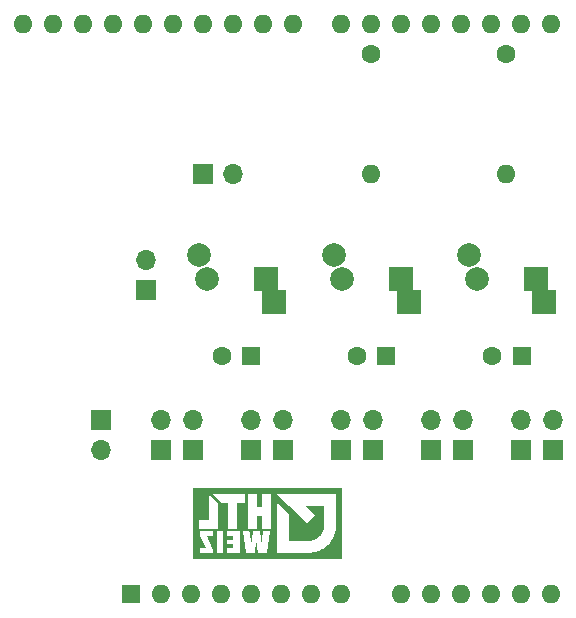
<source format=gbr>
%TF.GenerationSoftware,KiCad,Pcbnew,(6.0.11)*%
%TF.CreationDate,2023-02-17T08:49:58+01:00*%
%TF.ProjectId,dac-shield,6461632d-7368-4696-956c-642e6b696361,rev.0*%
%TF.SameCoordinates,Original*%
%TF.FileFunction,Soldermask,Bot*%
%TF.FilePolarity,Negative*%
%FSLAX46Y46*%
G04 Gerber Fmt 4.6, Leading zero omitted, Abs format (unit mm)*
G04 Created by KiCad (PCBNEW (6.0.11)) date 2023-02-17 08:49:58*
%MOMM*%
%LPD*%
G01*
G04 APERTURE LIST*
%ADD10R,1.600000X1.600000*%
%ADD11C,1.600000*%
%ADD12R,1.700000X1.700000*%
%ADD13O,1.700000X1.700000*%
%ADD14R,2.000000X2.000000*%
%ADD15C,2.000000*%
%ADD16O,1.600000X1.600000*%
G04 APERTURE END LIST*
%TO.C,REF\u002A\u002A*%
G36*
X127176026Y-124029075D02*
G01*
X127176026Y-123528860D01*
X134287194Y-123528860D01*
X136879799Y-123528860D01*
X137003406Y-123525743D01*
X137125381Y-123516491D01*
X137245572Y-123501256D01*
X137363831Y-123480186D01*
X137480007Y-123453431D01*
X137593950Y-123421142D01*
X137705511Y-123383468D01*
X137814540Y-123340560D01*
X137920886Y-123292566D01*
X138024400Y-123239638D01*
X138124932Y-123181924D01*
X138222331Y-123119575D01*
X138316449Y-123052741D01*
X138407135Y-122981571D01*
X138494239Y-122906216D01*
X138577611Y-122826825D01*
X138657102Y-122743548D01*
X138732561Y-122656536D01*
X138803838Y-122565937D01*
X138870784Y-122471903D01*
X138933249Y-122374582D01*
X138991082Y-122274125D01*
X139044135Y-122170682D01*
X139092256Y-122064402D01*
X139135296Y-121955436D01*
X139173105Y-121843933D01*
X139205533Y-121730043D01*
X139232431Y-121613916D01*
X139253648Y-121495703D01*
X139269034Y-121375552D01*
X139278440Y-121253614D01*
X139281716Y-121130039D01*
X139281746Y-118534334D01*
X134287216Y-118534334D01*
X135302139Y-119547708D01*
X136788353Y-121032371D01*
X137493736Y-120328022D01*
X136722206Y-119549257D01*
X136725304Y-119546657D01*
X138273010Y-119546657D01*
X138273010Y-121126922D01*
X138271203Y-121198581D01*
X138265837Y-121269293D01*
X138257001Y-121338972D01*
X138244782Y-121407532D01*
X138229265Y-121474884D01*
X138210539Y-121540942D01*
X138188690Y-121605618D01*
X138163805Y-121668826D01*
X138135971Y-121730478D01*
X138105275Y-121790486D01*
X138071805Y-121848765D01*
X138035646Y-121905226D01*
X137996886Y-121959782D01*
X137955612Y-122012347D01*
X137911910Y-122062833D01*
X137865869Y-122111154D01*
X137817574Y-122157220D01*
X137767113Y-122200947D01*
X137714572Y-122242246D01*
X137660039Y-122281030D01*
X137603600Y-122317213D01*
X137545343Y-122350706D01*
X137485354Y-122381424D01*
X137423721Y-122409277D01*
X137360530Y-122434181D01*
X137295868Y-122456047D01*
X137229823Y-122474788D01*
X137162481Y-122490317D01*
X137093928Y-122502547D01*
X137024253Y-122511390D01*
X136953542Y-122516760D01*
X136881882Y-122518570D01*
X135303169Y-122518570D01*
X135303169Y-120223102D01*
X134289795Y-119209211D01*
X134287194Y-119211811D01*
X134287194Y-123528860D01*
X127176026Y-123528860D01*
X127176026Y-123523174D01*
X127762551Y-123523174D01*
X131103432Y-123523174D01*
X131103432Y-121709849D01*
X131371628Y-121709849D01*
X131629494Y-123523174D01*
X131629494Y-123523175D01*
X132350899Y-123523175D01*
X132375339Y-123416915D01*
X132399059Y-123307052D01*
X132422055Y-123193589D01*
X132444326Y-123076527D01*
X132465867Y-122955869D01*
X132486676Y-122831615D01*
X132506749Y-122703768D01*
X132526085Y-122572329D01*
X132549126Y-122717455D01*
X132583678Y-122924314D01*
X132687317Y-123523175D01*
X133404587Y-123523175D01*
X133663483Y-121709848D01*
X133101761Y-121709848D01*
X133040779Y-122342368D01*
X132981873Y-122954217D01*
X132972371Y-122830918D01*
X132959894Y-122698396D01*
X132944436Y-122556657D01*
X132925989Y-122405703D01*
X132904548Y-122245541D01*
X132880105Y-122076175D01*
X132852655Y-121897609D01*
X132822190Y-121709848D01*
X132221710Y-121709848D01*
X132213279Y-121777099D01*
X132199976Y-121899300D01*
X132181778Y-122076379D01*
X132158661Y-122308261D01*
X132094582Y-122998143D01*
X132081275Y-122833993D01*
X132066016Y-122670709D01*
X132048803Y-122508305D01*
X132029633Y-122346789D01*
X132008505Y-122186175D01*
X131985416Y-122026473D01*
X131960365Y-121867694D01*
X131933350Y-121709849D01*
X131371628Y-121709849D01*
X131103432Y-121709849D01*
X131103432Y-121709848D01*
X130075073Y-121709848D01*
X130075073Y-122072617D01*
X130525177Y-122072617D01*
X130525177Y-122416782D01*
X130075073Y-122416782D01*
X130075073Y-122761464D01*
X130525177Y-122761464D01*
X130525177Y-123160406D01*
X130075073Y-123160406D01*
X130075073Y-123523174D01*
X129730904Y-123523174D01*
X129730904Y-121709848D01*
X129152642Y-121709848D01*
X129152642Y-123523174D01*
X128888062Y-123523174D01*
X128888062Y-123260141D01*
X128383698Y-122072617D01*
X128841034Y-122072617D01*
X128841034Y-121709848D01*
X127762551Y-121709848D01*
X127762551Y-122072617D01*
X128255028Y-123160406D01*
X127762551Y-123160406D01*
X127762551Y-123523174D01*
X127176026Y-123523174D01*
X127176026Y-121486606D01*
X127675736Y-121486606D01*
X129315430Y-121486606D01*
X129315430Y-119342552D01*
X128553200Y-118580324D01*
X128553200Y-120763136D01*
X127675736Y-120763136D01*
X127675736Y-121486606D01*
X127176026Y-121486606D01*
X127176026Y-118528635D01*
X128842079Y-118528635D01*
X129650299Y-119324968D01*
X130147942Y-119324968D01*
X130147942Y-121486593D01*
X130910172Y-121486593D01*
X131775231Y-121486593D01*
X132537461Y-121486593D01*
X132537461Y-120439628D01*
X132964821Y-120439628D01*
X132964821Y-121486593D01*
X133730149Y-121486593D01*
X133730149Y-118528635D01*
X132964821Y-118528635D01*
X132964821Y-119608156D01*
X132537461Y-119608156D01*
X132537461Y-118528635D01*
X131775231Y-118528635D01*
X131775231Y-121486593D01*
X130910172Y-121486593D01*
X130910172Y-119324968D01*
X131527191Y-119324968D01*
X131527184Y-118528635D01*
X128842079Y-118528635D01*
X127176026Y-118528635D01*
X127176026Y-118028925D01*
X139781975Y-118028925D01*
X139781975Y-124029075D01*
X127176026Y-124029075D01*
G37*
%TD*%
D10*
%TO.C,C3*%
X154979130Y-106894250D03*
D11*
X152479130Y-106894250D03*
%TD*%
D10*
%TO.C,C9*%
X143502714Y-106894250D03*
D11*
X141002714Y-106894250D03*
%TD*%
%TO.C,C7*%
X129572714Y-106894250D03*
D10*
X132072714Y-106894250D03*
%TD*%
D12*
%TO.C,J5*%
X142360000Y-114808000D03*
D13*
X142360000Y-112268000D03*
%TD*%
D14*
%TO.C,C5*%
X133367602Y-100330000D03*
X134039746Y-102330000D03*
D15*
X128367602Y-100330000D03*
X127695458Y-98330000D03*
%TD*%
D12*
%TO.C,J4*%
X128011000Y-91440000D03*
D13*
X130551000Y-91440000D03*
%TD*%
D12*
%TO.C,TP1*%
X124460000Y-114813000D03*
D13*
X124460000Y-112273000D03*
%TD*%
D12*
%TO.C,J8*%
X134740000Y-114808000D03*
D13*
X134740000Y-112268000D03*
%TD*%
D11*
%TO.C,R1*%
X153670000Y-81280000D03*
D16*
X153670000Y-91440000D03*
%TD*%
D12*
%TO.C,TP5*%
X154940000Y-114808000D03*
D13*
X154940000Y-112268000D03*
%TD*%
D12*
%TO.C,J6*%
X123207602Y-101279000D03*
D13*
X123207602Y-98739000D03*
%TD*%
D12*
%TO.C,J7*%
X127120000Y-114808000D03*
D13*
X127120000Y-112268000D03*
%TD*%
D11*
%TO.C,R22*%
X142240000Y-81280000D03*
D16*
X142240000Y-91440000D03*
%TD*%
D12*
%TO.C,TP2*%
X132080000Y-114808000D03*
D13*
X132080000Y-112268000D03*
%TD*%
D12*
%TO.C,TP4*%
X147320000Y-114813000D03*
D13*
X147320000Y-112273000D03*
%TD*%
D12*
%TO.C,TP3*%
X139700000Y-114813000D03*
D13*
X139700000Y-112273000D03*
%TD*%
D14*
%TO.C,C8*%
X145469746Y-102330000D03*
X144797602Y-100330000D03*
D15*
X139797602Y-100330000D03*
X139125458Y-98330000D03*
%TD*%
D12*
%TO.C,J3*%
X149980000Y-114808000D03*
D13*
X149980000Y-112268000D03*
%TD*%
D12*
%TO.C,J2*%
X157600000Y-114808000D03*
D13*
X157600000Y-112268000D03*
%TD*%
D14*
%TO.C,C2*%
X156227602Y-100330000D03*
X156899746Y-102330000D03*
D15*
X150555458Y-98330000D03*
X151227602Y-100330000D03*
%TD*%
D12*
%TO.C,J1*%
X119380000Y-112268000D03*
D13*
X119380000Y-114808000D03*
%TD*%
D10*
%TO.C,A1*%
X121920000Y-127000000D03*
D16*
X124460000Y-127000000D03*
X127000000Y-127000000D03*
X129540000Y-127000000D03*
X132080000Y-127000000D03*
X134620000Y-127000000D03*
X137160000Y-127000000D03*
X139700000Y-127000000D03*
X144780000Y-127000000D03*
X147320000Y-127000000D03*
X149860000Y-127000000D03*
X152400000Y-127000000D03*
X154940000Y-127000000D03*
X157480000Y-127000000D03*
X157480000Y-78740000D03*
X154940000Y-78740000D03*
X152400000Y-78740000D03*
X149860000Y-78740000D03*
X147320000Y-78740000D03*
X144780000Y-78740000D03*
X142240000Y-78740000D03*
X139700000Y-78740000D03*
X135640000Y-78740000D03*
X133100000Y-78740000D03*
X130560000Y-78740000D03*
X128020000Y-78740000D03*
X125480000Y-78740000D03*
X122940000Y-78740000D03*
X120400000Y-78740000D03*
X117860000Y-78740000D03*
X115320000Y-78740000D03*
X112780000Y-78740000D03*
%TD*%
M02*

</source>
